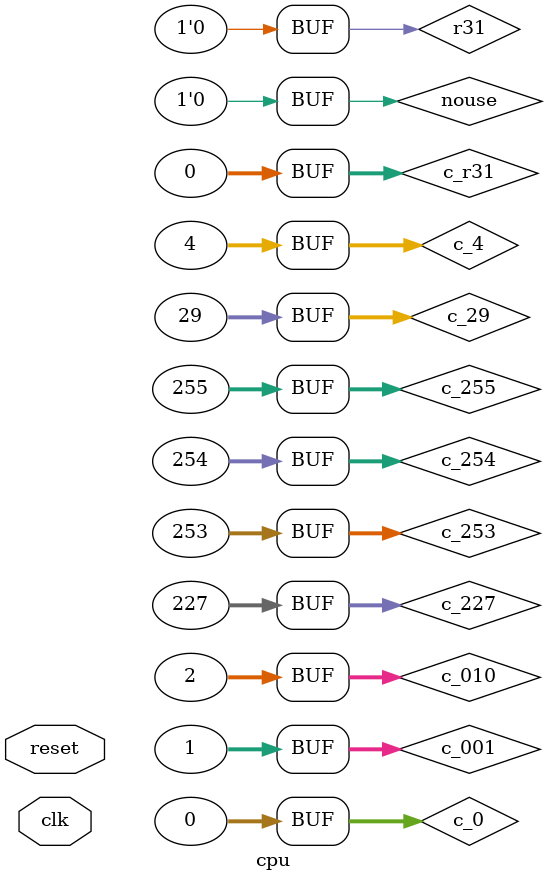
<source format=v>
module cpu (
    input wire clk,
    input wire reset
);

    // Saidas Mux
    wire [31:0] mux_iord;
    wire [31:0] mux_contorexcep;
    wire [31:0] mux_selectbytesrc;
    wire [31:0] mux_pcsource;
    wire [31:0] mux_shamtsource;
    wire [31:0] mux_shiftfuncsrc;
    wire [31:0] mux_memtoreg;
    wire [31:0] mux_regdst;
    wire [31:0] mux_alusrca;
    wire [31:0] mux_alusrcb;

    // Saidas Controle
    wire ctrl_pcwritecondbeq;
    wire ctrl_pcwrite;
    wire ctrl_pcwritecondbne;;
    wire ctrl_iord;
    wire ctrl_contorexcep;
    wire ctrl_selectbytesrc;
    wire ctrl_pcsource;
    wire ctrl_shamtsource;
    wire ctrl_shiftfuncsrc;
    wire ctrl_memtoreg;
    wire ctrl_regdst;
    wire ctrl_alusrca;
    wire ctrl_alusrcb;
    wire ctrl_epcwrite;
    wire ctrl_memread;
    wire ctrl_memwrite;
    wire ctrl_irwrite;
    wire ctrl_mdr1;
    wire ctrl_mdr2;
    wire ctrl_selectbyte;
    wire ctrl_hi;
    wire ctrl_lo;
    wire ctrl_divmult;
    wire ctrl_regwrite;
    wire ctrl_controla;
    wire ctrl_controlb;
    wire ctrl_aluop;
    wire ctrl_aluout;
    wire ctrl_opcodeexception;
    wire [2:0] alucontrol_out;

    // Saidas Alu
    wire [31:0] alu_result;
    wire alu_zero;
    wire alu_notzero;
    wire alu_overflowexception;

    // Saidas Condicionadores (and, or...)
    wire and_zero;
    wire and_notzero;
    wire or_pcwrite;

    // Saidas Registradores
    wire [31:0] pc_out;
    wire [31:28] pc_pcsource_out;
    wire [31:26] opcode;
    wire [25:21] rs;
    wire [20:16] rt;
    wire [15:0] immediate;
    wire [25:0] offset;
    wire [15:11] rd;
    wire [10:6] shamt;
    wire [2:0] instr_shiftfuncsrc_out;
    wire [5:0] funct;
    wire [31:0] mdr1_out;
    wire [31:0] mdr2_out;
    wire [31:0] lo_out;
    wire [31:0] hi_out;
    wire [31:0] reg_readdata1_out;
    wire [31:0] reg_readdata2_out;
    wire [31:0] a_out;
    wire [31:0] b_out;
    wire [31:0] reg_deslocamento_out;
    wire [31:0] aluout_out;

    // Saidas Componenetes Diversos
    wire [31:0] memory_memdata_out;
    wire [31:0] selectbyte_out;
    wire [31:0] divmult_hi_out;
    wire [31:0] divmult_lo_out;
    wire [31:0] divmult_zeroexception_out;
    wire [31:0] sign_extend_out;
    wire [31:0] shiftleft16_out;
    wire [31:0] shiftleft2bottom_out;
    wire [25:0] shiftleft2top_out;

    // Saidas Constantes
    wire [31:0] c_255;
    wire [31:0] c_254;
    wire [31:0] c_253;
    wire [31:0] c_29;
    wire [31:0] c_r31;
    wire [31:0] c_227;
    wire [31:0] c_0;
    wire [31:0] c_4;
    wire [31:0] c_001;
    wire [31:0] c_010;
    assign c_255 = 31'd255;
    assign c_254 = 31'd254;
    assign c_253 = 31'd253;
    assign c_29 = 31'd29;
    reg r31 = 31'b00;
    assign c_r31 = r31;
    assign c_227 = 31'd227;
    assign c_0 = 31'd0;
    assign c_4 = 31'd4;
    assign c_001 = 31'b001;
    assign c_010 = 31'b010;

    // Saidas fakes
    wire epc_out;
    wire nouse;
    assign nouse = 31'b00;

    Registrador regPC(.Clk(clk), .Reset(reset), .Load(or_pcwrite), .Entrada(mux_contorexcep), .Saida(pc_out));
    Registrador regEPC(.Clk(clk), .Reset(reset), .Load(ctrl_epcwrite), .Entrada(pc_out), .Saida(epc_out));
    Memoria memoria(.Address(mux_iord), .Clock(clk), .Wr(ctrl_memread), .Datain(selectbyte_out), .Dataout(memory_memdata_out));
    Instr_Reg instrREG(.Clk(clk), .Reset(reset), .Load_ir(ctrl_irwrite), .Entrada(memory_memdata_out), .Instr31_26(opcode), .Instr25_21(rs), .Instr20_16(rt), .Instr15_0(immediate));
    Registrador regMDR1(.Clk(clk), .Reset(reset), .Load(ctrl_mdr1), .Entrada(memory_memdata_out), .Saida(mdr1_out));
    Registrador regMDR2(.Clk(clk), .Reset(reset), .Load(ctrl_mdr2), .Entrada(memory_memdata_out), .Saida(mdr2_out));
    Registrador regLO(.Clk(clk), .Reset(reset), .Load(ctrl_lo), .Entrada(divmult_lo_out), .Saida(lo_out));
    Registrador regHI(.Clk(clk), .Reset(reset), .Load(ctrl_hi), .Entrada(divmult_hi_out), .Saida(hi_out));
    Banco_reg bancoREG(.Clk(clk), .Reset(reset), .RegWrite(ctrl_regwrite), .ReadReg1(rs), .ReadReg2(rt), .WriteReg(mux_regdst), .WriteData(selectbyte_out), .ReadData1(Read_Data1_Out), .ReadData2(Read_Data2_Out));
    Registrador regA(.Clk(clk), .Reset(reset), .Load(ctrl_controla), .Entrada(Read_Data1_Out), .Saida(a_out));
    Registrador regB(.Clk(clk), .Reset(reset), .Load(ctrl_controlb), .Entrada(Read_Data2_Out), .Saida(b_out));
    Registrador regALUOUT(.Clk(clk), .Reset(reset), .Load(ctrl_aluout), .Entrada(alu_result), .Saida(aluout_out));
    RegDesloc regDESLOC(.Clk(clk), .Reset(reset), .Shift(mux_shiftfuncsrc), .N(mux_shamtsource), .Entrada(Read_Data2_Out), .Saida(reg_deslocamento_out));
    ula32 ALU(.A(mux_alusrca), .B(mux_alusrcb), .Seletor(alucontrol_out), .S(alu_result), .Overflow(alu_overflowexception), .Negativo(nouse), .z(alu_zero), .Igual(nouse), .Maior(nouse), .Menor(nouse));
    Mux_1bit contorexcep(.ctrl(ctrl_contorexcep), .o0(mux_pcsource), .o1(selectbyte_out), .out(mux_contorexcep));
    Mux_3bits iord(.ctrl(ctrl_iord), .o0(pc_out), .o1(aluout_out), .o2(c_253), .o3(c_254), .o4(c_255), .o5(nouse), .o6(nouse), .o7(nouse), .out(mux_iord));
    Mux_2bits selectbytesrc(.ctrl(ctrl_selectbytesrc), .o0(pc_out), .o1(b_out), .o2(mux_memtoreg), .o3(nouse), .out(mux_selectbytesrc));
    Mux_3bits memtoreg(.ctrl(ctrl_memtoreg), .o0(mdr1_out), .o1(mdr2_out), .o2(reg_deslocamento_out), .o3(lo_out), .o4(hi_out), .o5(c_227), .o6(aluout_out), .o7(nouse), .out(mux_memtoreg));
    Mux_2bits regdst(.ctrl(ctrl_regdst), .o0(rt), .o1(rd), .o2(c_29), .o3(c_r31), .out(mux_regdst));
    Mux_muxshamtsource shamtsource(.ctrl(ctrl_shamtsource), .o0(immediate), .o1(mux_memtoreg), .out(mux_shamtsource));
    Mux_muxshiftfuncsrc shiftfuncsrc(.ctrl(ctrl_shiftfuncsrc), .o0(immediate), .o1(c_001), .o2(c_010), .o3(nouse), .out());
    Mux_2bits alusrca(.ctrl(ctrl_alusrca), .o0(c_0), .o1(pc_out), .o2(a_out), .o3(nouse), .out(mux_alusrca));
    Mux_3bits alusrcb(.ctrl(ctrl_alusrcb), .o0(b_out), .o1(c_4), .o2(sign_extend_out), .o3(shiftleft16_out), .o4(shiftleft2bottom_out), .o5(nouse), .o6(nouse), .o7(nouse), .out(mux_alusrcb));
    Mux_muxpcsource pcsource(.ctrl(ctrl_pcsource), .o0(pc_out), .o1(aluout_out), .o2(pc_out), .o3(shiftleft2top_out), .out(mux_pcsource));
    ByteSelector selectbyte(.ctrl(ctrl_selectbyte), .o0(mux_selectbytesrc), .out(selectbyte_out));
    SignExtend signextend(.di(immediate), .do(sign_extend_out));
    ShiftLeft16 shiftleft16(.di(sign_extend_out), .do(shiftleft16_out));
    ShiftLeft2bottom shiftleft2bottom(.di(sign_extend_out), .do(shiftleft2bottom_out));
    ShiftLeft2top shiftleft2top(.di1(rs), .di2(rt), .di3(immediate), .do(shiftleft2bottom_out));
    
endmodule
</source>
